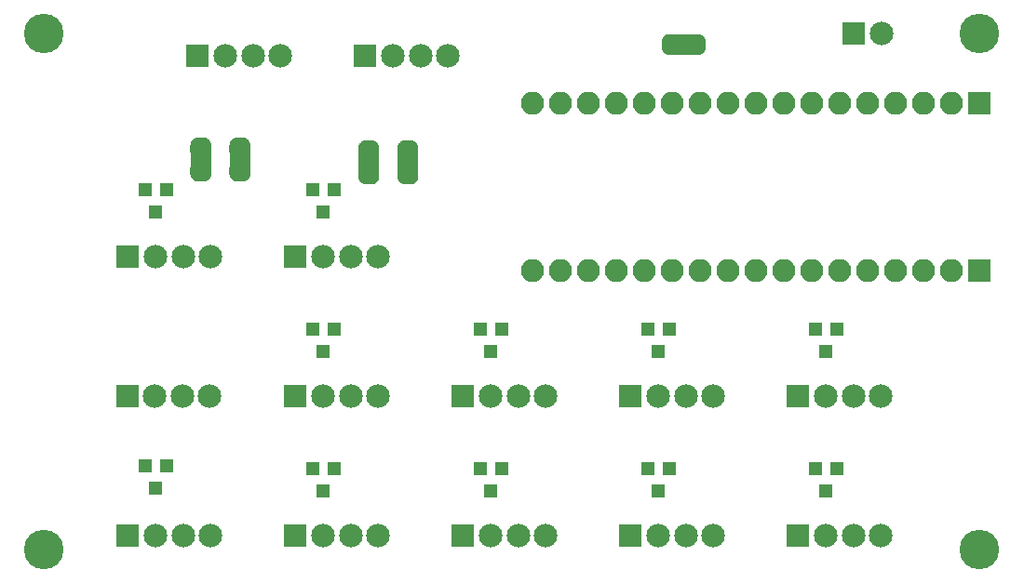
<source format=gbr>
G04 #@! TF.GenerationSoftware,KiCad,Pcbnew,(5.0.0)*
G04 #@! TF.CreationDate,2019-10-27T19:17:23-04:00*
G04 #@! TF.ProjectId,Micro-Breakout+RGB,4D6963726F2D427265616B6F75742B52,rev?*
G04 #@! TF.SameCoordinates,Original*
G04 #@! TF.FileFunction,Soldermask,Top*
G04 #@! TF.FilePolarity,Negative*
%FSLAX46Y46*%
G04 Gerber Fmt 4.6, Leading zero omitted, Abs format (unit mm)*
G04 Created by KiCad (PCBNEW (5.0.0)) date 10/27/19 19:17:23*
%MOMM*%
%LPD*%
G01*
G04 APERTURE LIST*
%ADD10O,2.100000X2.100000*%
%ADD11R,2.100000X2.100000*%
%ADD12R,2.150000X2.150000*%
%ADD13C,2.150000*%
%ADD14R,1.200000X1.300000*%
%ADD15C,0.500000*%
%ADD16C,0.100000*%
%ADD17R,1.900000X1.400000*%
%ADD18R,1.400000X1.900000*%
%ADD19C,3.600000*%
G04 APERTURE END LIST*
D10*
G04 #@! TO.C,J7*
X151130000Y-97790000D03*
X153670000Y-97790000D03*
X156210000Y-97790000D03*
X158750000Y-97790000D03*
X161290000Y-97790000D03*
X163830000Y-97790000D03*
X166370000Y-97790000D03*
X168910000Y-97790000D03*
X171450000Y-97790000D03*
X173990000Y-97790000D03*
X176530000Y-97790000D03*
X179070000Y-97790000D03*
X181610000Y-97790000D03*
X184150000Y-97790000D03*
X186690000Y-97790000D03*
X189230000Y-97790000D03*
D11*
X191770000Y-97790000D03*
G04 #@! TD*
G04 #@! TO.C,J10*
X191770000Y-113030000D03*
D10*
X189230000Y-113030000D03*
X186690000Y-113030000D03*
X184150000Y-113030000D03*
X181610000Y-113030000D03*
X179070000Y-113030000D03*
X176530000Y-113030000D03*
X173990000Y-113030000D03*
X171450000Y-113030000D03*
X168910000Y-113030000D03*
X166370000Y-113030000D03*
X163830000Y-113030000D03*
X161290000Y-113030000D03*
X158750000Y-113030000D03*
X156210000Y-113030000D03*
X153670000Y-113030000D03*
X151130000Y-113030000D03*
G04 #@! TD*
D12*
G04 #@! TO.C,J17*
X114300000Y-111760000D03*
D13*
X116800000Y-111760000D03*
X119300000Y-111760000D03*
X121800000Y-111760000D03*
G04 #@! TD*
G04 #@! TO.C,J16*
X137040000Y-124460000D03*
X134540000Y-124460000D03*
X132040000Y-124460000D03*
D12*
X129540000Y-124460000D03*
G04 #@! TD*
G04 #@! TO.C,J14*
X114227001Y-124483001D03*
D13*
X116727001Y-124483001D03*
X119227001Y-124483001D03*
X121727001Y-124483001D03*
G04 #@! TD*
G04 #@! TO.C,J12*
X137040000Y-111760000D03*
X134540000Y-111760000D03*
X132040000Y-111760000D03*
D12*
X129540000Y-111760000D03*
G04 #@! TD*
D14*
G04 #@! TO.C,Q12*
X116840000Y-132826000D03*
X115890000Y-130826000D03*
X117790000Y-130826000D03*
G04 #@! TD*
G04 #@! TO.C,Q11*
X117790000Y-105680000D03*
X115890000Y-105680000D03*
X116840000Y-107680000D03*
G04 #@! TD*
G04 #@! TO.C,Q8*
X132080000Y-107680000D03*
X131130000Y-105680000D03*
X133030000Y-105680000D03*
G04 #@! TD*
D15*
G04 #@! TO.C,JP5*
X124477356Y-104227742D03*
D16*
G36*
X123531199Y-103638724D02*
X123542580Y-103601205D01*
X123561062Y-103566628D01*
X123585935Y-103536321D01*
X123616242Y-103511448D01*
X123650819Y-103492966D01*
X123688338Y-103481585D01*
X123727356Y-103477742D01*
X125227356Y-103477742D01*
X125266374Y-103481585D01*
X125303893Y-103492966D01*
X125338470Y-103511448D01*
X125368777Y-103536321D01*
X125393650Y-103566628D01*
X125412132Y-103601205D01*
X125423513Y-103638724D01*
X125427356Y-103677742D01*
X125427356Y-104227742D01*
X125426754Y-104233854D01*
X125426754Y-104252276D01*
X125425791Y-104271882D01*
X125420981Y-104320713D01*
X125418102Y-104340122D01*
X125408530Y-104388247D01*
X125403760Y-104407290D01*
X125389516Y-104454245D01*
X125382905Y-104472722D01*
X125364128Y-104518055D01*
X125355733Y-104535803D01*
X125332602Y-104579076D01*
X125322516Y-104595904D01*
X125295256Y-104636703D01*
X125283561Y-104652472D01*
X125252433Y-104690401D01*
X125239253Y-104704942D01*
X125204556Y-104739639D01*
X125190015Y-104752819D01*
X125152086Y-104783947D01*
X125136317Y-104795642D01*
X125095518Y-104822902D01*
X125078690Y-104832988D01*
X125035417Y-104856119D01*
X125017669Y-104864514D01*
X124972336Y-104883291D01*
X124953859Y-104889902D01*
X124906904Y-104904146D01*
X124887861Y-104908916D01*
X124839736Y-104918488D01*
X124820327Y-104921367D01*
X124771496Y-104926177D01*
X124751890Y-104927140D01*
X124733468Y-104927140D01*
X124727356Y-104927742D01*
X124227356Y-104927742D01*
X124221244Y-104927140D01*
X124202822Y-104927140D01*
X124183216Y-104926177D01*
X124134385Y-104921367D01*
X124114976Y-104918488D01*
X124066851Y-104908916D01*
X124047808Y-104904146D01*
X124000853Y-104889902D01*
X123982376Y-104883291D01*
X123937043Y-104864514D01*
X123919295Y-104856119D01*
X123876022Y-104832988D01*
X123859194Y-104822902D01*
X123818395Y-104795642D01*
X123802626Y-104783947D01*
X123764697Y-104752819D01*
X123750156Y-104739639D01*
X123715459Y-104704942D01*
X123702279Y-104690401D01*
X123671151Y-104652472D01*
X123659456Y-104636703D01*
X123632196Y-104595904D01*
X123622110Y-104579076D01*
X123598979Y-104535803D01*
X123590584Y-104518055D01*
X123571807Y-104472722D01*
X123565196Y-104454245D01*
X123550952Y-104407290D01*
X123546182Y-104388247D01*
X123536610Y-104340122D01*
X123533731Y-104320713D01*
X123528921Y-104271882D01*
X123527958Y-104252276D01*
X123527958Y-104233854D01*
X123527356Y-104227742D01*
X123527356Y-103677742D01*
X123531199Y-103638724D01*
X123531199Y-103638724D01*
G37*
D15*
X124477356Y-101627742D03*
D16*
G36*
X123527958Y-101621630D02*
X123527958Y-101603208D01*
X123528921Y-101583602D01*
X123533731Y-101534771D01*
X123536610Y-101515362D01*
X123546182Y-101467237D01*
X123550952Y-101448194D01*
X123565196Y-101401239D01*
X123571807Y-101382762D01*
X123590584Y-101337429D01*
X123598979Y-101319681D01*
X123622110Y-101276408D01*
X123632196Y-101259580D01*
X123659456Y-101218781D01*
X123671151Y-101203012D01*
X123702279Y-101165083D01*
X123715459Y-101150542D01*
X123750156Y-101115845D01*
X123764697Y-101102665D01*
X123802626Y-101071537D01*
X123818395Y-101059842D01*
X123859194Y-101032582D01*
X123876022Y-101022496D01*
X123919295Y-100999365D01*
X123937043Y-100990970D01*
X123982376Y-100972193D01*
X124000853Y-100965582D01*
X124047808Y-100951338D01*
X124066851Y-100946568D01*
X124114976Y-100936996D01*
X124134385Y-100934117D01*
X124183216Y-100929307D01*
X124202822Y-100928344D01*
X124221244Y-100928344D01*
X124227356Y-100927742D01*
X124727356Y-100927742D01*
X124733468Y-100928344D01*
X124751890Y-100928344D01*
X124771496Y-100929307D01*
X124820327Y-100934117D01*
X124839736Y-100936996D01*
X124887861Y-100946568D01*
X124906904Y-100951338D01*
X124953859Y-100965582D01*
X124972336Y-100972193D01*
X125017669Y-100990970D01*
X125035417Y-100999365D01*
X125078690Y-101022496D01*
X125095518Y-101032582D01*
X125136317Y-101059842D01*
X125152086Y-101071537D01*
X125190015Y-101102665D01*
X125204556Y-101115845D01*
X125239253Y-101150542D01*
X125252433Y-101165083D01*
X125283561Y-101203012D01*
X125295256Y-101218781D01*
X125322516Y-101259580D01*
X125332602Y-101276408D01*
X125355733Y-101319681D01*
X125364128Y-101337429D01*
X125382905Y-101382762D01*
X125389516Y-101401239D01*
X125403760Y-101448194D01*
X125408530Y-101467237D01*
X125418102Y-101515362D01*
X125420981Y-101534771D01*
X125425791Y-101583602D01*
X125426754Y-101603208D01*
X125426754Y-101621630D01*
X125427356Y-101627742D01*
X125427356Y-102177742D01*
X125423513Y-102216760D01*
X125412132Y-102254279D01*
X125393650Y-102288856D01*
X125368777Y-102319163D01*
X125338470Y-102344036D01*
X125303893Y-102362518D01*
X125266374Y-102373899D01*
X125227356Y-102377742D01*
X123727356Y-102377742D01*
X123688338Y-102373899D01*
X123650819Y-102362518D01*
X123616242Y-102344036D01*
X123585935Y-102319163D01*
X123561062Y-102288856D01*
X123542580Y-102254279D01*
X123531199Y-102216760D01*
X123527356Y-102177742D01*
X123527356Y-101627742D01*
X123527958Y-101621630D01*
X123527958Y-101621630D01*
G37*
D17*
X124477356Y-102927742D03*
G04 #@! TD*
D13*
G04 #@! TO.C,J13*
X182840000Y-91440000D03*
D12*
X180340000Y-91440000D03*
G04 #@! TD*
D13*
G04 #@! TO.C,J8*
X152280000Y-137160000D03*
X149780000Y-137160000D03*
X147280000Y-137160000D03*
D12*
X144780000Y-137160000D03*
G04 #@! TD*
D13*
G04 #@! TO.C,J2*
X128150000Y-93472000D03*
X125650000Y-93472000D03*
X123150000Y-93472000D03*
D12*
X120650000Y-93472000D03*
G04 #@! TD*
D13*
G04 #@! TO.C,J3*
X182760000Y-137160000D03*
X180260000Y-137160000D03*
X177760000Y-137160000D03*
D12*
X175260000Y-137160000D03*
G04 #@! TD*
G04 #@! TO.C,J4*
X175260000Y-124460000D03*
D13*
X177760000Y-124460000D03*
X180260000Y-124460000D03*
X182760000Y-124460000D03*
G04 #@! TD*
G04 #@! TO.C,J5*
X167520000Y-137160000D03*
X165020000Y-137160000D03*
X162520000Y-137160000D03*
D12*
X160020000Y-137160000D03*
G04 #@! TD*
G04 #@! TO.C,J9*
X144780000Y-124460000D03*
D13*
X147280000Y-124460000D03*
X149780000Y-124460000D03*
X152280000Y-124460000D03*
G04 #@! TD*
G04 #@! TO.C,J11*
X137040000Y-137160000D03*
X134540000Y-137160000D03*
X132040000Y-137160000D03*
D12*
X129540000Y-137160000D03*
G04 #@! TD*
D13*
G04 #@! TO.C,J18*
X121800000Y-137160000D03*
X119300000Y-137160000D03*
X116800000Y-137160000D03*
D12*
X114300000Y-137160000D03*
G04 #@! TD*
G04 #@! TO.C,J1*
X135890000Y-93472000D03*
D13*
X138390000Y-93472000D03*
X140890000Y-93472000D03*
X143390000Y-93472000D03*
G04 #@! TD*
G04 #@! TO.C,J6*
X167520000Y-124460000D03*
X165020000Y-124460000D03*
X162520000Y-124460000D03*
D12*
X160020000Y-124460000D03*
G04 #@! TD*
D17*
G04 #@! TO.C,JP2*
X136200666Y-103187773D03*
D15*
X136200666Y-101887773D03*
D16*
G36*
X135251268Y-101881661D02*
X135251268Y-101863239D01*
X135252231Y-101843633D01*
X135257041Y-101794802D01*
X135259920Y-101775393D01*
X135269492Y-101727268D01*
X135274262Y-101708225D01*
X135288506Y-101661270D01*
X135295117Y-101642793D01*
X135313894Y-101597460D01*
X135322289Y-101579712D01*
X135345420Y-101536439D01*
X135355506Y-101519611D01*
X135382766Y-101478812D01*
X135394461Y-101463043D01*
X135425589Y-101425114D01*
X135438769Y-101410573D01*
X135473466Y-101375876D01*
X135488007Y-101362696D01*
X135525936Y-101331568D01*
X135541705Y-101319873D01*
X135582504Y-101292613D01*
X135599332Y-101282527D01*
X135642605Y-101259396D01*
X135660353Y-101251001D01*
X135705686Y-101232224D01*
X135724163Y-101225613D01*
X135771118Y-101211369D01*
X135790161Y-101206599D01*
X135838286Y-101197027D01*
X135857695Y-101194148D01*
X135906526Y-101189338D01*
X135926132Y-101188375D01*
X135944554Y-101188375D01*
X135950666Y-101187773D01*
X136450666Y-101187773D01*
X136456778Y-101188375D01*
X136475200Y-101188375D01*
X136494806Y-101189338D01*
X136543637Y-101194148D01*
X136563046Y-101197027D01*
X136611171Y-101206599D01*
X136630214Y-101211369D01*
X136677169Y-101225613D01*
X136695646Y-101232224D01*
X136740979Y-101251001D01*
X136758727Y-101259396D01*
X136802000Y-101282527D01*
X136818828Y-101292613D01*
X136859627Y-101319873D01*
X136875396Y-101331568D01*
X136913325Y-101362696D01*
X136927866Y-101375876D01*
X136962563Y-101410573D01*
X136975743Y-101425114D01*
X137006871Y-101463043D01*
X137018566Y-101478812D01*
X137045826Y-101519611D01*
X137055912Y-101536439D01*
X137079043Y-101579712D01*
X137087438Y-101597460D01*
X137106215Y-101642793D01*
X137112826Y-101661270D01*
X137127070Y-101708225D01*
X137131840Y-101727268D01*
X137141412Y-101775393D01*
X137144291Y-101794802D01*
X137149101Y-101843633D01*
X137150064Y-101863239D01*
X137150064Y-101881661D01*
X137150666Y-101887773D01*
X137150666Y-102437773D01*
X137146823Y-102476791D01*
X137135442Y-102514310D01*
X137116960Y-102548887D01*
X137092087Y-102579194D01*
X137061780Y-102604067D01*
X137027203Y-102622549D01*
X136989684Y-102633930D01*
X136950666Y-102637773D01*
X135450666Y-102637773D01*
X135411648Y-102633930D01*
X135374129Y-102622549D01*
X135339552Y-102604067D01*
X135309245Y-102579194D01*
X135284372Y-102548887D01*
X135265890Y-102514310D01*
X135254509Y-102476791D01*
X135250666Y-102437773D01*
X135250666Y-101887773D01*
X135251268Y-101881661D01*
X135251268Y-101881661D01*
G37*
D15*
X136200666Y-104487773D03*
D16*
G36*
X135254509Y-103898755D02*
X135265890Y-103861236D01*
X135284372Y-103826659D01*
X135309245Y-103796352D01*
X135339552Y-103771479D01*
X135374129Y-103752997D01*
X135411648Y-103741616D01*
X135450666Y-103737773D01*
X136950666Y-103737773D01*
X136989684Y-103741616D01*
X137027203Y-103752997D01*
X137061780Y-103771479D01*
X137092087Y-103796352D01*
X137116960Y-103826659D01*
X137135442Y-103861236D01*
X137146823Y-103898755D01*
X137150666Y-103937773D01*
X137150666Y-104487773D01*
X137150064Y-104493885D01*
X137150064Y-104512307D01*
X137149101Y-104531913D01*
X137144291Y-104580744D01*
X137141412Y-104600153D01*
X137131840Y-104648278D01*
X137127070Y-104667321D01*
X137112826Y-104714276D01*
X137106215Y-104732753D01*
X137087438Y-104778086D01*
X137079043Y-104795834D01*
X137055912Y-104839107D01*
X137045826Y-104855935D01*
X137018566Y-104896734D01*
X137006871Y-104912503D01*
X136975743Y-104950432D01*
X136962563Y-104964973D01*
X136927866Y-104999670D01*
X136913325Y-105012850D01*
X136875396Y-105043978D01*
X136859627Y-105055673D01*
X136818828Y-105082933D01*
X136802000Y-105093019D01*
X136758727Y-105116150D01*
X136740979Y-105124545D01*
X136695646Y-105143322D01*
X136677169Y-105149933D01*
X136630214Y-105164177D01*
X136611171Y-105168947D01*
X136563046Y-105178519D01*
X136543637Y-105181398D01*
X136494806Y-105186208D01*
X136475200Y-105187171D01*
X136456778Y-105187171D01*
X136450666Y-105187773D01*
X135950666Y-105187773D01*
X135944554Y-105187171D01*
X135926132Y-105187171D01*
X135906526Y-105186208D01*
X135857695Y-105181398D01*
X135838286Y-105178519D01*
X135790161Y-105168947D01*
X135771118Y-105164177D01*
X135724163Y-105149933D01*
X135705686Y-105143322D01*
X135660353Y-105124545D01*
X135642605Y-105116150D01*
X135599332Y-105093019D01*
X135582504Y-105082933D01*
X135541705Y-105055673D01*
X135525936Y-105043978D01*
X135488007Y-105012850D01*
X135473466Y-104999670D01*
X135438769Y-104964973D01*
X135425589Y-104950432D01*
X135394461Y-104912503D01*
X135382766Y-104896734D01*
X135355506Y-104855935D01*
X135345420Y-104839107D01*
X135322289Y-104795834D01*
X135313894Y-104778086D01*
X135295117Y-104732753D01*
X135288506Y-104714276D01*
X135274262Y-104667321D01*
X135269492Y-104648278D01*
X135259920Y-104600153D01*
X135257041Y-104580744D01*
X135252231Y-104531913D01*
X135251268Y-104512307D01*
X135251268Y-104493885D01*
X135250666Y-104487773D01*
X135250666Y-103937773D01*
X135254509Y-103898755D01*
X135254509Y-103898755D01*
G37*
G04 #@! TD*
D15*
G04 #@! TO.C,JP1*
X163546000Y-92456000D03*
D16*
G36*
X164135018Y-91509843D02*
X164172537Y-91521224D01*
X164207114Y-91539706D01*
X164237421Y-91564579D01*
X164262294Y-91594886D01*
X164280776Y-91629463D01*
X164292157Y-91666982D01*
X164296000Y-91706000D01*
X164296000Y-93206000D01*
X164292157Y-93245018D01*
X164280776Y-93282537D01*
X164262294Y-93317114D01*
X164237421Y-93347421D01*
X164207114Y-93372294D01*
X164172537Y-93390776D01*
X164135018Y-93402157D01*
X164096000Y-93406000D01*
X163546000Y-93406000D01*
X163539888Y-93405398D01*
X163521466Y-93405398D01*
X163501860Y-93404435D01*
X163453029Y-93399625D01*
X163433620Y-93396746D01*
X163385495Y-93387174D01*
X163366452Y-93382404D01*
X163319497Y-93368160D01*
X163301020Y-93361549D01*
X163255687Y-93342772D01*
X163237939Y-93334377D01*
X163194666Y-93311246D01*
X163177838Y-93301160D01*
X163137039Y-93273900D01*
X163121270Y-93262205D01*
X163083341Y-93231077D01*
X163068800Y-93217897D01*
X163034103Y-93183200D01*
X163020923Y-93168659D01*
X162989795Y-93130730D01*
X162978100Y-93114961D01*
X162950840Y-93074162D01*
X162940754Y-93057334D01*
X162917623Y-93014061D01*
X162909228Y-92996313D01*
X162890451Y-92950980D01*
X162883840Y-92932503D01*
X162869596Y-92885548D01*
X162864826Y-92866505D01*
X162855254Y-92818380D01*
X162852375Y-92798971D01*
X162847565Y-92750140D01*
X162846602Y-92730534D01*
X162846602Y-92712112D01*
X162846000Y-92706000D01*
X162846000Y-92206000D01*
X162846602Y-92199888D01*
X162846602Y-92181466D01*
X162847565Y-92161860D01*
X162852375Y-92113029D01*
X162855254Y-92093620D01*
X162864826Y-92045495D01*
X162869596Y-92026452D01*
X162883840Y-91979497D01*
X162890451Y-91961020D01*
X162909228Y-91915687D01*
X162917623Y-91897939D01*
X162940754Y-91854666D01*
X162950840Y-91837838D01*
X162978100Y-91797039D01*
X162989795Y-91781270D01*
X163020923Y-91743341D01*
X163034103Y-91728800D01*
X163068800Y-91694103D01*
X163083341Y-91680923D01*
X163121270Y-91649795D01*
X163137039Y-91638100D01*
X163177838Y-91610840D01*
X163194666Y-91600754D01*
X163237939Y-91577623D01*
X163255687Y-91569228D01*
X163301020Y-91550451D01*
X163319497Y-91543840D01*
X163366452Y-91529596D01*
X163385495Y-91524826D01*
X163433620Y-91515254D01*
X163453029Y-91512375D01*
X163501860Y-91507565D01*
X163521466Y-91506602D01*
X163539888Y-91506602D01*
X163546000Y-91506000D01*
X164096000Y-91506000D01*
X164135018Y-91509843D01*
X164135018Y-91509843D01*
G37*
D15*
X166146000Y-92456000D03*
D16*
G36*
X166152112Y-91506602D02*
X166170534Y-91506602D01*
X166190140Y-91507565D01*
X166238971Y-91512375D01*
X166258380Y-91515254D01*
X166306505Y-91524826D01*
X166325548Y-91529596D01*
X166372503Y-91543840D01*
X166390980Y-91550451D01*
X166436313Y-91569228D01*
X166454061Y-91577623D01*
X166497334Y-91600754D01*
X166514162Y-91610840D01*
X166554961Y-91638100D01*
X166570730Y-91649795D01*
X166608659Y-91680923D01*
X166623200Y-91694103D01*
X166657897Y-91728800D01*
X166671077Y-91743341D01*
X166702205Y-91781270D01*
X166713900Y-91797039D01*
X166741160Y-91837838D01*
X166751246Y-91854666D01*
X166774377Y-91897939D01*
X166782772Y-91915687D01*
X166801549Y-91961020D01*
X166808160Y-91979497D01*
X166822404Y-92026452D01*
X166827174Y-92045495D01*
X166836746Y-92093620D01*
X166839625Y-92113029D01*
X166844435Y-92161860D01*
X166845398Y-92181466D01*
X166845398Y-92199888D01*
X166846000Y-92206000D01*
X166846000Y-92706000D01*
X166845398Y-92712112D01*
X166845398Y-92730534D01*
X166844435Y-92750140D01*
X166839625Y-92798971D01*
X166836746Y-92818380D01*
X166827174Y-92866505D01*
X166822404Y-92885548D01*
X166808160Y-92932503D01*
X166801549Y-92950980D01*
X166782772Y-92996313D01*
X166774377Y-93014061D01*
X166751246Y-93057334D01*
X166741160Y-93074162D01*
X166713900Y-93114961D01*
X166702205Y-93130730D01*
X166671077Y-93168659D01*
X166657897Y-93183200D01*
X166623200Y-93217897D01*
X166608659Y-93231077D01*
X166570730Y-93262205D01*
X166554961Y-93273900D01*
X166514162Y-93301160D01*
X166497334Y-93311246D01*
X166454061Y-93334377D01*
X166436313Y-93342772D01*
X166390980Y-93361549D01*
X166372503Y-93368160D01*
X166325548Y-93382404D01*
X166306505Y-93387174D01*
X166258380Y-93396746D01*
X166238971Y-93399625D01*
X166190140Y-93404435D01*
X166170534Y-93405398D01*
X166152112Y-93405398D01*
X166146000Y-93406000D01*
X165596000Y-93406000D01*
X165556982Y-93402157D01*
X165519463Y-93390776D01*
X165484886Y-93372294D01*
X165454579Y-93347421D01*
X165429706Y-93317114D01*
X165411224Y-93282537D01*
X165399843Y-93245018D01*
X165396000Y-93206000D01*
X165396000Y-91706000D01*
X165399843Y-91666982D01*
X165411224Y-91629463D01*
X165429706Y-91594886D01*
X165454579Y-91564579D01*
X165484886Y-91539706D01*
X165519463Y-91521224D01*
X165556982Y-91509843D01*
X165596000Y-91506000D01*
X166146000Y-91506000D01*
X166152112Y-91506602D01*
X166152112Y-91506602D01*
G37*
D18*
X164846000Y-92456000D03*
G04 #@! TD*
D17*
G04 #@! TO.C,JP4*
X120921356Y-102927742D03*
D15*
X120921356Y-101627742D03*
D16*
G36*
X119971958Y-101621630D02*
X119971958Y-101603208D01*
X119972921Y-101583602D01*
X119977731Y-101534771D01*
X119980610Y-101515362D01*
X119990182Y-101467237D01*
X119994952Y-101448194D01*
X120009196Y-101401239D01*
X120015807Y-101382762D01*
X120034584Y-101337429D01*
X120042979Y-101319681D01*
X120066110Y-101276408D01*
X120076196Y-101259580D01*
X120103456Y-101218781D01*
X120115151Y-101203012D01*
X120146279Y-101165083D01*
X120159459Y-101150542D01*
X120194156Y-101115845D01*
X120208697Y-101102665D01*
X120246626Y-101071537D01*
X120262395Y-101059842D01*
X120303194Y-101032582D01*
X120320022Y-101022496D01*
X120363295Y-100999365D01*
X120381043Y-100990970D01*
X120426376Y-100972193D01*
X120444853Y-100965582D01*
X120491808Y-100951338D01*
X120510851Y-100946568D01*
X120558976Y-100936996D01*
X120578385Y-100934117D01*
X120627216Y-100929307D01*
X120646822Y-100928344D01*
X120665244Y-100928344D01*
X120671356Y-100927742D01*
X121171356Y-100927742D01*
X121177468Y-100928344D01*
X121195890Y-100928344D01*
X121215496Y-100929307D01*
X121264327Y-100934117D01*
X121283736Y-100936996D01*
X121331861Y-100946568D01*
X121350904Y-100951338D01*
X121397859Y-100965582D01*
X121416336Y-100972193D01*
X121461669Y-100990970D01*
X121479417Y-100999365D01*
X121522690Y-101022496D01*
X121539518Y-101032582D01*
X121580317Y-101059842D01*
X121596086Y-101071537D01*
X121634015Y-101102665D01*
X121648556Y-101115845D01*
X121683253Y-101150542D01*
X121696433Y-101165083D01*
X121727561Y-101203012D01*
X121739256Y-101218781D01*
X121766516Y-101259580D01*
X121776602Y-101276408D01*
X121799733Y-101319681D01*
X121808128Y-101337429D01*
X121826905Y-101382762D01*
X121833516Y-101401239D01*
X121847760Y-101448194D01*
X121852530Y-101467237D01*
X121862102Y-101515362D01*
X121864981Y-101534771D01*
X121869791Y-101583602D01*
X121870754Y-101603208D01*
X121870754Y-101621630D01*
X121871356Y-101627742D01*
X121871356Y-102177742D01*
X121867513Y-102216760D01*
X121856132Y-102254279D01*
X121837650Y-102288856D01*
X121812777Y-102319163D01*
X121782470Y-102344036D01*
X121747893Y-102362518D01*
X121710374Y-102373899D01*
X121671356Y-102377742D01*
X120171356Y-102377742D01*
X120132338Y-102373899D01*
X120094819Y-102362518D01*
X120060242Y-102344036D01*
X120029935Y-102319163D01*
X120005062Y-102288856D01*
X119986580Y-102254279D01*
X119975199Y-102216760D01*
X119971356Y-102177742D01*
X119971356Y-101627742D01*
X119971958Y-101621630D01*
X119971958Y-101621630D01*
G37*
D15*
X120921356Y-104227742D03*
D16*
G36*
X119975199Y-103638724D02*
X119986580Y-103601205D01*
X120005062Y-103566628D01*
X120029935Y-103536321D01*
X120060242Y-103511448D01*
X120094819Y-103492966D01*
X120132338Y-103481585D01*
X120171356Y-103477742D01*
X121671356Y-103477742D01*
X121710374Y-103481585D01*
X121747893Y-103492966D01*
X121782470Y-103511448D01*
X121812777Y-103536321D01*
X121837650Y-103566628D01*
X121856132Y-103601205D01*
X121867513Y-103638724D01*
X121871356Y-103677742D01*
X121871356Y-104227742D01*
X121870754Y-104233854D01*
X121870754Y-104252276D01*
X121869791Y-104271882D01*
X121864981Y-104320713D01*
X121862102Y-104340122D01*
X121852530Y-104388247D01*
X121847760Y-104407290D01*
X121833516Y-104454245D01*
X121826905Y-104472722D01*
X121808128Y-104518055D01*
X121799733Y-104535803D01*
X121776602Y-104579076D01*
X121766516Y-104595904D01*
X121739256Y-104636703D01*
X121727561Y-104652472D01*
X121696433Y-104690401D01*
X121683253Y-104704942D01*
X121648556Y-104739639D01*
X121634015Y-104752819D01*
X121596086Y-104783947D01*
X121580317Y-104795642D01*
X121539518Y-104822902D01*
X121522690Y-104832988D01*
X121479417Y-104856119D01*
X121461669Y-104864514D01*
X121416336Y-104883291D01*
X121397859Y-104889902D01*
X121350904Y-104904146D01*
X121331861Y-104908916D01*
X121283736Y-104918488D01*
X121264327Y-104921367D01*
X121215496Y-104926177D01*
X121195890Y-104927140D01*
X121177468Y-104927140D01*
X121171356Y-104927742D01*
X120671356Y-104927742D01*
X120665244Y-104927140D01*
X120646822Y-104927140D01*
X120627216Y-104926177D01*
X120578385Y-104921367D01*
X120558976Y-104918488D01*
X120510851Y-104908916D01*
X120491808Y-104904146D01*
X120444853Y-104889902D01*
X120426376Y-104883291D01*
X120381043Y-104864514D01*
X120363295Y-104856119D01*
X120320022Y-104832988D01*
X120303194Y-104822902D01*
X120262395Y-104795642D01*
X120246626Y-104783947D01*
X120208697Y-104752819D01*
X120194156Y-104739639D01*
X120159459Y-104704942D01*
X120146279Y-104690401D01*
X120115151Y-104652472D01*
X120103456Y-104636703D01*
X120076196Y-104595904D01*
X120066110Y-104579076D01*
X120042979Y-104535803D01*
X120034584Y-104518055D01*
X120015807Y-104472722D01*
X120009196Y-104454245D01*
X119994952Y-104407290D01*
X119990182Y-104388247D01*
X119980610Y-104340122D01*
X119977731Y-104320713D01*
X119972921Y-104271882D01*
X119971958Y-104252276D01*
X119971958Y-104233854D01*
X119971356Y-104227742D01*
X119971356Y-103677742D01*
X119975199Y-103638724D01*
X119975199Y-103638724D01*
G37*
G04 #@! TD*
D15*
G04 #@! TO.C,JP3*
X139756666Y-104487773D03*
D16*
G36*
X138810509Y-103898755D02*
X138821890Y-103861236D01*
X138840372Y-103826659D01*
X138865245Y-103796352D01*
X138895552Y-103771479D01*
X138930129Y-103752997D01*
X138967648Y-103741616D01*
X139006666Y-103737773D01*
X140506666Y-103737773D01*
X140545684Y-103741616D01*
X140583203Y-103752997D01*
X140617780Y-103771479D01*
X140648087Y-103796352D01*
X140672960Y-103826659D01*
X140691442Y-103861236D01*
X140702823Y-103898755D01*
X140706666Y-103937773D01*
X140706666Y-104487773D01*
X140706064Y-104493885D01*
X140706064Y-104512307D01*
X140705101Y-104531913D01*
X140700291Y-104580744D01*
X140697412Y-104600153D01*
X140687840Y-104648278D01*
X140683070Y-104667321D01*
X140668826Y-104714276D01*
X140662215Y-104732753D01*
X140643438Y-104778086D01*
X140635043Y-104795834D01*
X140611912Y-104839107D01*
X140601826Y-104855935D01*
X140574566Y-104896734D01*
X140562871Y-104912503D01*
X140531743Y-104950432D01*
X140518563Y-104964973D01*
X140483866Y-104999670D01*
X140469325Y-105012850D01*
X140431396Y-105043978D01*
X140415627Y-105055673D01*
X140374828Y-105082933D01*
X140358000Y-105093019D01*
X140314727Y-105116150D01*
X140296979Y-105124545D01*
X140251646Y-105143322D01*
X140233169Y-105149933D01*
X140186214Y-105164177D01*
X140167171Y-105168947D01*
X140119046Y-105178519D01*
X140099637Y-105181398D01*
X140050806Y-105186208D01*
X140031200Y-105187171D01*
X140012778Y-105187171D01*
X140006666Y-105187773D01*
X139506666Y-105187773D01*
X139500554Y-105187171D01*
X139482132Y-105187171D01*
X139462526Y-105186208D01*
X139413695Y-105181398D01*
X139394286Y-105178519D01*
X139346161Y-105168947D01*
X139327118Y-105164177D01*
X139280163Y-105149933D01*
X139261686Y-105143322D01*
X139216353Y-105124545D01*
X139198605Y-105116150D01*
X139155332Y-105093019D01*
X139138504Y-105082933D01*
X139097705Y-105055673D01*
X139081936Y-105043978D01*
X139044007Y-105012850D01*
X139029466Y-104999670D01*
X138994769Y-104964973D01*
X138981589Y-104950432D01*
X138950461Y-104912503D01*
X138938766Y-104896734D01*
X138911506Y-104855935D01*
X138901420Y-104839107D01*
X138878289Y-104795834D01*
X138869894Y-104778086D01*
X138851117Y-104732753D01*
X138844506Y-104714276D01*
X138830262Y-104667321D01*
X138825492Y-104648278D01*
X138815920Y-104600153D01*
X138813041Y-104580744D01*
X138808231Y-104531913D01*
X138807268Y-104512307D01*
X138807268Y-104493885D01*
X138806666Y-104487773D01*
X138806666Y-103937773D01*
X138810509Y-103898755D01*
X138810509Y-103898755D01*
G37*
D15*
X139756666Y-101887773D03*
D16*
G36*
X138807268Y-101881661D02*
X138807268Y-101863239D01*
X138808231Y-101843633D01*
X138813041Y-101794802D01*
X138815920Y-101775393D01*
X138825492Y-101727268D01*
X138830262Y-101708225D01*
X138844506Y-101661270D01*
X138851117Y-101642793D01*
X138869894Y-101597460D01*
X138878289Y-101579712D01*
X138901420Y-101536439D01*
X138911506Y-101519611D01*
X138938766Y-101478812D01*
X138950461Y-101463043D01*
X138981589Y-101425114D01*
X138994769Y-101410573D01*
X139029466Y-101375876D01*
X139044007Y-101362696D01*
X139081936Y-101331568D01*
X139097705Y-101319873D01*
X139138504Y-101292613D01*
X139155332Y-101282527D01*
X139198605Y-101259396D01*
X139216353Y-101251001D01*
X139261686Y-101232224D01*
X139280163Y-101225613D01*
X139327118Y-101211369D01*
X139346161Y-101206599D01*
X139394286Y-101197027D01*
X139413695Y-101194148D01*
X139462526Y-101189338D01*
X139482132Y-101188375D01*
X139500554Y-101188375D01*
X139506666Y-101187773D01*
X140006666Y-101187773D01*
X140012778Y-101188375D01*
X140031200Y-101188375D01*
X140050806Y-101189338D01*
X140099637Y-101194148D01*
X140119046Y-101197027D01*
X140167171Y-101206599D01*
X140186214Y-101211369D01*
X140233169Y-101225613D01*
X140251646Y-101232224D01*
X140296979Y-101251001D01*
X140314727Y-101259396D01*
X140358000Y-101282527D01*
X140374828Y-101292613D01*
X140415627Y-101319873D01*
X140431396Y-101331568D01*
X140469325Y-101362696D01*
X140483866Y-101375876D01*
X140518563Y-101410573D01*
X140531743Y-101425114D01*
X140562871Y-101463043D01*
X140574566Y-101478812D01*
X140601826Y-101519611D01*
X140611912Y-101536439D01*
X140635043Y-101579712D01*
X140643438Y-101597460D01*
X140662215Y-101642793D01*
X140668826Y-101661270D01*
X140683070Y-101708225D01*
X140687840Y-101727268D01*
X140697412Y-101775393D01*
X140700291Y-101794802D01*
X140705101Y-101843633D01*
X140706064Y-101863239D01*
X140706064Y-101881661D01*
X140706666Y-101887773D01*
X140706666Y-102437773D01*
X140702823Y-102476791D01*
X140691442Y-102514310D01*
X140672960Y-102548887D01*
X140648087Y-102579194D01*
X140617780Y-102604067D01*
X140583203Y-102622549D01*
X140545684Y-102633930D01*
X140506666Y-102637773D01*
X139006666Y-102637773D01*
X138967648Y-102633930D01*
X138930129Y-102622549D01*
X138895552Y-102604067D01*
X138865245Y-102579194D01*
X138840372Y-102548887D01*
X138821890Y-102514310D01*
X138810509Y-102476791D01*
X138806666Y-102437773D01*
X138806666Y-101887773D01*
X138807268Y-101881661D01*
X138807268Y-101881661D01*
G37*
D17*
X139756666Y-103187773D03*
G04 #@! TD*
D19*
G04 #@! TO.C,MH1*
X106680000Y-138430000D03*
G04 #@! TD*
G04 #@! TO.C,MH2*
X106680000Y-91440000D03*
G04 #@! TD*
G04 #@! TO.C,MH3*
X191770000Y-138430000D03*
G04 #@! TD*
G04 #@! TO.C,MH4*
X191770000Y-91440000D03*
G04 #@! TD*
D14*
G04 #@! TO.C,Q10*
X132080000Y-120380000D03*
X131130000Y-118380000D03*
X133030000Y-118380000D03*
G04 #@! TD*
G04 #@! TO.C,Q1*
X177800000Y-133080000D03*
X176850000Y-131080000D03*
X178750000Y-131080000D03*
G04 #@! TD*
G04 #@! TO.C,Q2*
X178750000Y-118380000D03*
X176850000Y-118380000D03*
X177800000Y-120380000D03*
G04 #@! TD*
G04 #@! TO.C,Q3*
X162560000Y-133080000D03*
X161610000Y-131080000D03*
X163510000Y-131080000D03*
G04 #@! TD*
G04 #@! TO.C,Q4*
X163510000Y-118380000D03*
X161610000Y-118380000D03*
X162560000Y-120380000D03*
G04 #@! TD*
G04 #@! TO.C,Q5*
X147320000Y-133080000D03*
X146370000Y-131080000D03*
X148270000Y-131080000D03*
G04 #@! TD*
G04 #@! TO.C,Q6*
X148270000Y-118380000D03*
X146370000Y-118380000D03*
X147320000Y-120380000D03*
G04 #@! TD*
G04 #@! TO.C,Q7*
X132080000Y-133080000D03*
X131130000Y-131080000D03*
X133030000Y-131080000D03*
G04 #@! TD*
M02*

</source>
